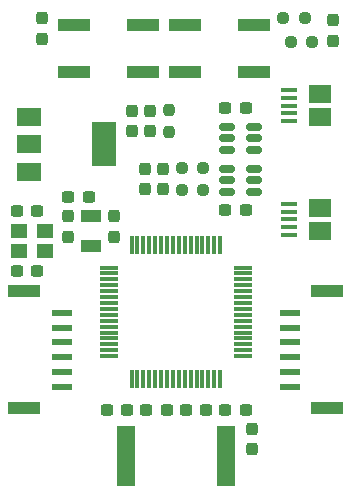
<source format=gbr>
%TF.GenerationSoftware,KiCad,Pcbnew,(6.0.2)*%
%TF.CreationDate,2022-06-16T18:16:31+10:00*%
%TF.ProjectId,RFM95_Serial_Converter_PCB,52464d39-355f-4536-9572-69616c5f436f,rev?*%
%TF.SameCoordinates,Original*%
%TF.FileFunction,Paste,Top*%
%TF.FilePolarity,Positive*%
%FSLAX46Y46*%
G04 Gerber Fmt 4.6, Leading zero omitted, Abs format (unit mm)*
G04 Created by KiCad (PCBNEW (6.0.2)) date 2022-06-16 18:16:31*
%MOMM*%
%LPD*%
G01*
G04 APERTURE LIST*
G04 Aperture macros list*
%AMRoundRect*
0 Rectangle with rounded corners*
0 $1 Rounding radius*
0 $2 $3 $4 $5 $6 $7 $8 $9 X,Y pos of 4 corners*
0 Add a 4 corners polygon primitive as box body*
4,1,4,$2,$3,$4,$5,$6,$7,$8,$9,$2,$3,0*
0 Add four circle primitives for the rounded corners*
1,1,$1+$1,$2,$3*
1,1,$1+$1,$4,$5*
1,1,$1+$1,$6,$7*
1,1,$1+$1,$8,$9*
0 Add four rect primitives between the rounded corners*
20,1,$1+$1,$2,$3,$4,$5,0*
20,1,$1+$1,$4,$5,$6,$7,0*
20,1,$1+$1,$6,$7,$8,$9,0*
20,1,$1+$1,$8,$9,$2,$3,0*%
G04 Aperture macros list end*
%ADD10RoundRect,0.237500X-0.300000X-0.237500X0.300000X-0.237500X0.300000X0.237500X-0.300000X0.237500X0*%
%ADD11RoundRect,0.237500X0.237500X-0.300000X0.237500X0.300000X-0.237500X0.300000X-0.237500X-0.300000X0*%
%ADD12RoundRect,0.075000X-0.700000X-0.075000X0.700000X-0.075000X0.700000X0.075000X-0.700000X0.075000X0*%
%ADD13RoundRect,0.075000X-0.075000X-0.700000X0.075000X-0.700000X0.075000X0.700000X-0.075000X0.700000X0*%
%ADD14R,2.800000X1.000000*%
%ADD15R,1.350000X0.400000*%
%ADD16R,1.900000X1.500000*%
%ADD17R,2.000000X1.500000*%
%ADD18R,2.000000X3.800000*%
%ADD19R,1.700000X0.600000*%
%ADD20R,2.700000X1.000000*%
%ADD21R,1.400000X1.200000*%
%ADD22RoundRect,0.237500X-0.237500X0.300000X-0.237500X-0.300000X0.237500X-0.300000X0.237500X0.300000X0*%
%ADD23RoundRect,0.237500X0.300000X0.237500X-0.300000X0.237500X-0.300000X-0.237500X0.300000X-0.237500X0*%
%ADD24RoundRect,0.237500X-0.250000X-0.237500X0.250000X-0.237500X0.250000X0.237500X-0.250000X0.237500X0*%
%ADD25RoundRect,0.237500X0.237500X-0.287500X0.237500X0.287500X-0.237500X0.287500X-0.237500X-0.287500X0*%
%ADD26R,1.800000X1.000000*%
%ADD27RoundRect,0.237500X0.250000X0.237500X-0.250000X0.237500X-0.250000X-0.237500X0.250000X-0.237500X0*%
%ADD28RoundRect,0.237500X0.237500X-0.250000X0.237500X0.250000X-0.237500X0.250000X-0.237500X-0.250000X0*%
%ADD29RoundRect,0.150000X0.512500X0.150000X-0.512500X0.150000X-0.512500X-0.150000X0.512500X-0.150000X0*%
%ADD30R,1.500000X5.080000*%
G04 APERTURE END LIST*
D10*
%TO.C,C9*%
X80519100Y-80365600D03*
X82244100Y-80365600D03*
%TD*%
D11*
%TO.C,C5*%
X74168000Y-56793300D03*
X74168000Y-55068300D03*
%TD*%
D10*
%TO.C,C16*%
X62859400Y-68617200D03*
X64584400Y-68617200D03*
%TD*%
D11*
%TO.C,C2*%
X73710800Y-61720900D03*
X73710800Y-59995900D03*
%TD*%
D12*
%TO.C,U6*%
X70652000Y-68335200D03*
X70652000Y-68835200D03*
X70652000Y-69335200D03*
X70652000Y-69835200D03*
X70652000Y-70335200D03*
X70652000Y-70835200D03*
X70652000Y-71335200D03*
X70652000Y-71835200D03*
X70652000Y-72335200D03*
X70652000Y-72835200D03*
X70652000Y-73335200D03*
X70652000Y-73835200D03*
X70652000Y-74335200D03*
X70652000Y-74835200D03*
X70652000Y-75335200D03*
X70652000Y-75835200D03*
D13*
X72577000Y-77760200D03*
X73077000Y-77760200D03*
X73577000Y-77760200D03*
X74077000Y-77760200D03*
X74577000Y-77760200D03*
X75077000Y-77760200D03*
X75577000Y-77760200D03*
X76077000Y-77760200D03*
X76577000Y-77760200D03*
X77077000Y-77760200D03*
X77577000Y-77760200D03*
X78077000Y-77760200D03*
X78577000Y-77760200D03*
X79077000Y-77760200D03*
X79577000Y-77760200D03*
X80077000Y-77760200D03*
D12*
X82002000Y-75835200D03*
X82002000Y-75335200D03*
X82002000Y-74835200D03*
X82002000Y-74335200D03*
X82002000Y-73835200D03*
X82002000Y-73335200D03*
X82002000Y-72835200D03*
X82002000Y-72335200D03*
X82002000Y-71835200D03*
X82002000Y-71335200D03*
X82002000Y-70835200D03*
X82002000Y-70335200D03*
X82002000Y-69835200D03*
X82002000Y-69335200D03*
X82002000Y-68835200D03*
X82002000Y-68335200D03*
D13*
X80077000Y-66410200D03*
X79577000Y-66410200D03*
X79077000Y-66410200D03*
X78577000Y-66410200D03*
X78077000Y-66410200D03*
X77577000Y-66410200D03*
X77077000Y-66410200D03*
X76577000Y-66410200D03*
X76077000Y-66410200D03*
X75577000Y-66410200D03*
X75077000Y-66410200D03*
X74577000Y-66410200D03*
X74077000Y-66410200D03*
X73577000Y-66410200D03*
X73077000Y-66410200D03*
X72577000Y-66410200D03*
%TD*%
D10*
%TO.C,C3*%
X67208400Y-62331600D03*
X68933400Y-62331600D03*
%TD*%
D14*
%TO.C,SW1*%
X82910000Y-51784000D03*
X77110000Y-51784000D03*
X82910000Y-47784000D03*
X77110000Y-47784000D03*
%TD*%
D15*
%TO.C,J5*%
X85869500Y-65562000D03*
X85869500Y-64912000D03*
X85869500Y-64262000D03*
X85869500Y-63612000D03*
X85869500Y-62962000D03*
D16*
X88569500Y-63262000D03*
X88569500Y-65262000D03*
%TD*%
D11*
%TO.C,C1*%
X75234800Y-61719800D03*
X75234800Y-59994800D03*
%TD*%
D17*
%TO.C,U2*%
X63906000Y-55612000D03*
X63906000Y-57912000D03*
D18*
X70206000Y-57912000D03*
D17*
X63906000Y-60212000D03*
%TD*%
D19*
%TO.C,J2*%
X66697000Y-72160600D03*
X66697000Y-73410600D03*
X66697000Y-74660600D03*
X66697000Y-75910600D03*
X66697000Y-77160600D03*
X66697000Y-78410600D03*
D20*
X63497000Y-70310600D03*
X63497000Y-80260600D03*
%TD*%
D10*
%TO.C,C12*%
X73812400Y-80365600D03*
X75537400Y-80365600D03*
%TD*%
%TO.C,C11*%
X80518000Y-63449200D03*
X82243000Y-63449200D03*
%TD*%
D21*
%TO.C,Y2*%
X63078000Y-66927200D03*
X65278000Y-66927200D03*
X65278000Y-65227200D03*
X63078000Y-65227200D03*
%TD*%
D22*
%TO.C,C14*%
X71120000Y-64008000D03*
X71120000Y-65733000D03*
%TD*%
D23*
%TO.C,C17*%
X64582200Y-63537200D03*
X62857200Y-63537200D03*
%TD*%
D24*
%TO.C,R5*%
X86059000Y-49276000D03*
X87884000Y-49276000D03*
%TD*%
D23*
%TO.C,C10*%
X78891300Y-80365600D03*
X77166300Y-80365600D03*
%TD*%
D25*
%TO.C,D1*%
X89662000Y-49135000D03*
X89662000Y-47385000D03*
%TD*%
D15*
%TO.C,J4*%
X85869500Y-55926000D03*
X85869500Y-55276000D03*
X85869500Y-54626000D03*
X85869500Y-53976000D03*
X85869500Y-53326000D03*
D16*
X88569500Y-53626000D03*
X88569500Y-55626000D03*
%TD*%
D10*
%TO.C,C6*%
X80518000Y-54864000D03*
X82243000Y-54864000D03*
%TD*%
D26*
%TO.C,Y1*%
X69138800Y-63977200D03*
X69138800Y-66477200D03*
%TD*%
D27*
%TO.C,R3*%
X78636500Y-59944000D03*
X76811500Y-59944000D03*
%TD*%
D11*
%TO.C,C8*%
X82804000Y-83717300D03*
X82804000Y-81992300D03*
%TD*%
D14*
%TO.C,SW2*%
X67712000Y-51784000D03*
X73512000Y-51784000D03*
X67712000Y-47784000D03*
X73512000Y-47784000D03*
%TD*%
D28*
%TO.C,R1*%
X75742800Y-56843300D03*
X75742800Y-55018300D03*
%TD*%
D11*
%TO.C,C7*%
X64973200Y-48970100D03*
X64973200Y-47245100D03*
%TD*%
D27*
%TO.C,R2*%
X87221700Y-47193200D03*
X85396700Y-47193200D03*
%TD*%
D29*
%TO.C,U3*%
X82925500Y-58354000D03*
X82925500Y-57404000D03*
X82925500Y-56454000D03*
X80650500Y-56454000D03*
X80650500Y-57404000D03*
X80650500Y-58354000D03*
%TD*%
D23*
%TO.C,C13*%
X72185700Y-80365600D03*
X70460700Y-80365600D03*
%TD*%
D29*
%TO.C,U4*%
X82925500Y-61910000D03*
X82925500Y-60960000D03*
X82925500Y-60010000D03*
X80650500Y-60010000D03*
X80650500Y-60960000D03*
X80650500Y-61910000D03*
%TD*%
D11*
%TO.C,C4*%
X72593200Y-56793300D03*
X72593200Y-55068300D03*
%TD*%
D19*
%TO.C,J3*%
X85957000Y-78410600D03*
X85957000Y-77160600D03*
X85957000Y-75910600D03*
X85957000Y-74660600D03*
X85957000Y-73410600D03*
X85957000Y-72160600D03*
D20*
X89157000Y-80260600D03*
X89157000Y-70310600D03*
%TD*%
D11*
%TO.C,C15*%
X67157600Y-65734100D03*
X67157600Y-64009100D03*
%TD*%
D27*
%TO.C,R4*%
X78636500Y-61772800D03*
X76811500Y-61772800D03*
%TD*%
D30*
%TO.C,AE1*%
X80577000Y-84299500D03*
X72077000Y-84299500D03*
%TD*%
M02*

</source>
